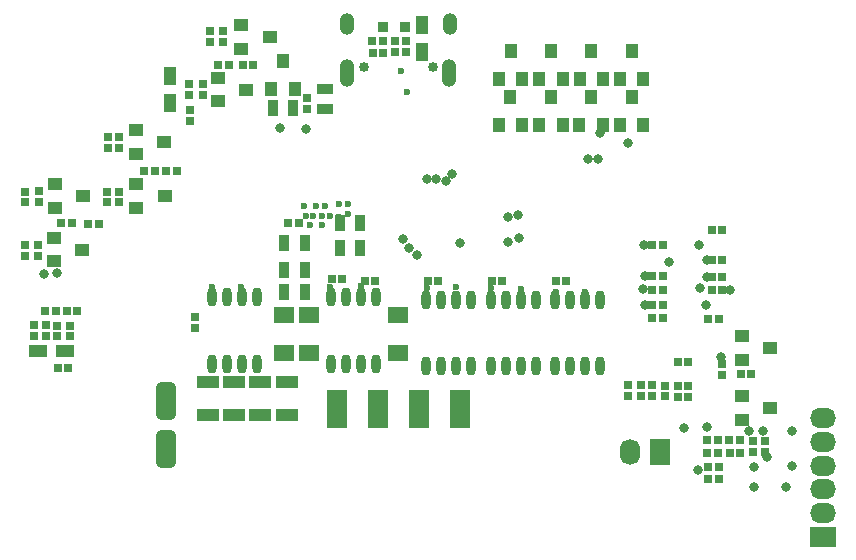
<source format=gts>
%FSLAX25Y25*%
%MOIN*%
G70*
G01*
G75*
G04 Layer_Color=8388736*
%ADD10C,0.00787*%
%ADD11C,0.01181*%
%ADD12C,0.03937*%
%ADD13R,0.01969X0.02362*%
%ADD14R,0.05118X0.03150*%
%ADD15R,0.02362X0.01969*%
%ADD16R,0.03937X0.03543*%
%ADD17R,0.02756X0.04921*%
%ADD18R,0.06693X0.03543*%
%ADD19R,0.06299X0.04921*%
%ADD20O,0.02362X0.05512*%
%ADD21O,0.07874X0.05906*%
%ADD22R,0.07874X0.05906*%
%ADD23R,0.03150X0.05118*%
%ADD24R,0.03150X0.03150*%
%ADD25R,0.04921X0.02756*%
%ADD26R,0.05906X0.11811*%
%ADD27O,0.05906X0.07874*%
%ADD28R,0.05906X0.07874*%
%ADD29R,0.03543X0.03937*%
G04:AMPARAMS|DCode=30|XSize=118.11mil|YSize=59.06mil|CornerRadius=14.76mil|HoleSize=0mil|Usage=FLASHONLY|Rotation=270.000|XOffset=0mil|YOffset=0mil|HoleType=Round|Shape=RoundedRectangle|*
%AMROUNDEDRECTD30*
21,1,0.11811,0.02953,0,0,270.0*
21,1,0.08858,0.05906,0,0,270.0*
1,1,0.02953,-0.01476,-0.04429*
1,1,0.02953,-0.01476,0.04429*
1,1,0.02953,0.01476,0.04429*
1,1,0.02953,0.01476,-0.04429*
%
%ADD30ROUNDEDRECTD30*%
%ADD31C,0.07874*%
%ADD32R,0.30709X0.12598*%
%ADD33R,0.17717X0.18504*%
%ADD34R,0.14173X0.15354*%
%ADD35R,0.09843X0.11417*%
%ADD36C,0.02559*%
G04:AMPARAMS|DCode=37|XSize=39.37mil|YSize=82.68mil|CornerRadius=17.72mil|HoleSize=0mil|Usage=FLASHONLY|Rotation=0.000|XOffset=0mil|YOffset=0mil|HoleType=Round|Shape=RoundedRectangle|*
%AMROUNDEDRECTD37*
21,1,0.03937,0.04724,0,0,0.0*
21,1,0.00394,0.08268,0,0,0.0*
1,1,0.03543,0.00197,-0.02362*
1,1,0.03543,-0.00197,-0.02362*
1,1,0.03543,-0.00197,0.02362*
1,1,0.03543,0.00197,0.02362*
%
%ADD37ROUNDEDRECTD37*%
G04:AMPARAMS|DCode=38|XSize=39.37mil|YSize=62.99mil|CornerRadius=17.72mil|HoleSize=0mil|Usage=FLASHONLY|Rotation=0.000|XOffset=0mil|YOffset=0mil|HoleType=Round|Shape=RoundedRectangle|*
%AMROUNDEDRECTD38*
21,1,0.03937,0.02756,0,0,0.0*
21,1,0.00394,0.06299,0,0,0.0*
1,1,0.03543,0.00197,-0.01378*
1,1,0.03543,-0.00197,-0.01378*
1,1,0.03543,-0.00197,0.01378*
1,1,0.03543,0.00197,0.01378*
%
%ADD38ROUNDEDRECTD38*%
%ADD39C,0.02362*%
%ADD40C,0.00197*%
%ADD41C,0.01969*%
%ADD42R,0.01181X0.03347*%
%ADD43R,0.02362X0.03347*%
%ADD44R,0.05512X0.02362*%
%ADD45R,0.01575X0.04724*%
%ADD46C,0.11811*%
%ADD47C,0.00984*%
%ADD48C,0.00394*%
%ADD49C,0.00500*%
%ADD50C,0.01000*%
%ADD51R,0.02769X0.03162*%
%ADD52R,0.05918X0.03950*%
%ADD53R,0.03162X0.02769*%
%ADD54R,0.04737X0.04343*%
%ADD55R,0.03556X0.05721*%
%ADD56R,0.07493X0.04343*%
%ADD57R,0.07099X0.05721*%
%ADD58O,0.03162X0.06312*%
%ADD59O,0.08674X0.06706*%
%ADD60R,0.08674X0.06706*%
%ADD61R,0.03950X0.05918*%
%ADD62R,0.03543X0.03543*%
%ADD63R,0.05721X0.03556*%
%ADD64R,0.06706X0.12611*%
%ADD65O,0.06706X0.08674*%
%ADD66R,0.06706X0.08674*%
%ADD67R,0.04343X0.04737*%
G04:AMPARAMS|DCode=68|XSize=126.11mil|YSize=67.06mil|CornerRadius=18.76mil|HoleSize=0mil|Usage=FLASHONLY|Rotation=270.000|XOffset=0mil|YOffset=0mil|HoleType=Round|Shape=RoundedRectangle|*
%AMROUNDEDRECTD68*
21,1,0.12611,0.02953,0,0,270.0*
21,1,0.08858,0.06706,0,0,270.0*
1,1,0.03753,-0.01476,-0.04429*
1,1,0.03753,-0.01476,0.04429*
1,1,0.03753,0.01476,0.04429*
1,1,0.03753,0.01476,-0.04429*
%
%ADD68ROUNDEDRECTD68*%
%ADD69C,0.03359*%
G04:AMPARAMS|DCode=70|XSize=47.37mil|YSize=90.68mil|CornerRadius=21.72mil|HoleSize=0mil|Usage=FLASHONLY|Rotation=0.000|XOffset=0mil|YOffset=0mil|HoleType=Round|Shape=RoundedRectangle|*
%AMROUNDEDRECTD70*
21,1,0.04737,0.04724,0,0,0.0*
21,1,0.00394,0.09068,0,0,0.0*
1,1,0.04343,0.00197,-0.02362*
1,1,0.04343,-0.00197,-0.02362*
1,1,0.04343,-0.00197,0.02362*
1,1,0.04343,0.00197,0.02362*
%
%ADD70ROUNDEDRECTD70*%
G04:AMPARAMS|DCode=71|XSize=47.37mil|YSize=70.99mil|CornerRadius=21.72mil|HoleSize=0mil|Usage=FLASHONLY|Rotation=0.000|XOffset=0mil|YOffset=0mil|HoleType=Round|Shape=RoundedRectangle|*
%AMROUNDEDRECTD71*
21,1,0.04737,0.02756,0,0,0.0*
21,1,0.00394,0.07099,0,0,0.0*
1,1,0.04343,0.00197,-0.01378*
1,1,0.04343,-0.00197,-0.01378*
1,1,0.04343,-0.00197,0.01378*
1,1,0.04343,0.00197,0.01378*
%
%ADD71ROUNDEDRECTD71*%
%ADD72C,0.03162*%
D39*
X-62205Y49213D02*
D03*
X30709Y48819D02*
D03*
X19291Y49213D02*
D03*
X2953Y114173D02*
D03*
X984Y121063D02*
D03*
X52362Y47638D02*
D03*
X62205D02*
D03*
X40945Y48425D02*
D03*
X9449Y48819D02*
D03*
X-52362Y49213D02*
D03*
X-12598Y49606D02*
D03*
X-22835Y49213D02*
D03*
X-31496Y76294D02*
D03*
X-27559D02*
D03*
X-24606D02*
D03*
X-19685Y76772D02*
D03*
X-16732D02*
D03*
Y73327D02*
D03*
X-19685Y72638D02*
D03*
X-22835Y72835D02*
D03*
X-25591D02*
D03*
X-28543D02*
D03*
X-30948D02*
D03*
X-29528Y69882D02*
D03*
X-25591D02*
D03*
D51*
X-113583Y22244D02*
D03*
X-110039D02*
D03*
X-110531Y41240D02*
D03*
X-106988D02*
D03*
X-117815D02*
D03*
X-114272D02*
D03*
X-77362Y87894D02*
D03*
X-73819D02*
D03*
X-81299D02*
D03*
X-84842D02*
D03*
X-103347Y70276D02*
D03*
X-99803D02*
D03*
X-108858Y70374D02*
D03*
X-112402D02*
D03*
X-33268D02*
D03*
X-36811D02*
D03*
X55905Y51083D02*
D03*
X52362D02*
D03*
X34646D02*
D03*
X31102D02*
D03*
X13287D02*
D03*
X9744D02*
D03*
X-18701Y51870D02*
D03*
X-22244D02*
D03*
X-11220Y51279D02*
D03*
X-7677D02*
D03*
X110354Y-1900D02*
D03*
X113897D02*
D03*
X110436Y-6047D02*
D03*
X113979Y-6047D02*
D03*
X103168Y-14920D02*
D03*
X106712D02*
D03*
X106728Y-10999D02*
D03*
X103184Y-10999D02*
D03*
X102889Y-6275D02*
D03*
X106432D02*
D03*
X102873Y-1900D02*
D03*
X106417D02*
D03*
X96653Y12598D02*
D03*
X93110D02*
D03*
Y16240D02*
D03*
X96653D02*
D03*
X93110Y24016D02*
D03*
X96653D02*
D03*
X114075Y20276D02*
D03*
X117618D02*
D03*
X103331Y38500D02*
D03*
X106874Y38500D02*
D03*
X104429Y48130D02*
D03*
X107972D02*
D03*
X107947Y52559D02*
D03*
X104404D02*
D03*
X107947Y58169D02*
D03*
X104404D02*
D03*
X104429Y68209D02*
D03*
X107972D02*
D03*
X88189Y38976D02*
D03*
X84646D02*
D03*
X88189Y43012D02*
D03*
X84646D02*
D03*
X88189Y48031D02*
D03*
X84646D02*
D03*
X88189Y52657D02*
D03*
X84646D02*
D03*
X88189Y63209D02*
D03*
X84646D02*
D03*
X-5118Y131102D02*
D03*
X-8661D02*
D03*
X-5020Y127264D02*
D03*
X-8563D02*
D03*
X-56461Y123224D02*
D03*
X-60004D02*
D03*
X-51930D02*
D03*
X-48387D02*
D03*
D52*
X-120138Y27657D02*
D03*
X-111122D02*
D03*
D53*
X-109547Y36220D02*
D03*
Y32677D02*
D03*
X-113697Y32661D02*
D03*
X-113697Y36205D02*
D03*
X-117602Y36335D02*
D03*
X-117602Y32791D02*
D03*
X-121457Y32776D02*
D03*
Y36319D02*
D03*
X-96965Y99016D02*
D03*
Y95473D02*
D03*
X-93035Y99016D02*
D03*
Y95472D02*
D03*
X-93133Y77362D02*
D03*
Y80905D02*
D03*
X-97063Y77346D02*
D03*
X-97063Y80890D02*
D03*
X-119836Y81049D02*
D03*
Y77506D02*
D03*
X-124320Y80905D02*
D03*
Y77362D02*
D03*
X-124426Y59541D02*
D03*
X-124426Y63084D02*
D03*
X-120079Y59557D02*
D03*
Y63100D02*
D03*
X-67799Y35449D02*
D03*
X-67799Y38992D02*
D03*
X122042Y-5856D02*
D03*
X122042Y-2313D02*
D03*
X118121Y-5840D02*
D03*
Y-2297D02*
D03*
X76657Y12878D02*
D03*
X76657Y16421D02*
D03*
X80709Y12795D02*
D03*
Y16339D02*
D03*
X84646D02*
D03*
Y12795D02*
D03*
X88992Y16256D02*
D03*
X88992Y12713D02*
D03*
X107791Y23441D02*
D03*
X107791Y19898D02*
D03*
X2559Y127624D02*
D03*
Y131167D02*
D03*
X-1280Y131142D02*
D03*
Y127599D02*
D03*
X-30331Y108547D02*
D03*
X-30331Y112091D02*
D03*
X-69313Y104512D02*
D03*
X-69313Y108055D02*
D03*
X-65223Y113189D02*
D03*
Y116732D02*
D03*
X-69671Y113173D02*
D03*
X-69671Y116717D02*
D03*
X-62772Y134350D02*
D03*
Y130807D02*
D03*
X-58527Y134350D02*
D03*
Y130807D02*
D03*
D54*
X-78051Y97503D02*
D03*
X-87500Y93566D02*
D03*
Y101440D02*
D03*
X-77953Y79528D02*
D03*
X-87402Y75590D02*
D03*
Y83465D02*
D03*
X-104974Y79527D02*
D03*
X-114423Y75590D02*
D03*
Y83465D02*
D03*
X123819Y8858D02*
D03*
X114370Y4921D02*
D03*
Y12795D02*
D03*
X114370Y32677D02*
D03*
Y24803D02*
D03*
X123819Y28740D02*
D03*
X-50659Y114961D02*
D03*
X-60108Y111024D02*
D03*
Y118898D02*
D03*
X-42924Y132579D02*
D03*
X-52372Y128642D02*
D03*
Y136516D02*
D03*
X-105414Y61624D02*
D03*
X-114863Y57687D02*
D03*
Y65561D02*
D03*
D55*
X-19488Y70472D02*
D03*
X-12795D02*
D03*
X-19488Y62205D02*
D03*
X-12795D02*
D03*
X-37992Y47441D02*
D03*
X-31299D02*
D03*
X-37992Y54724D02*
D03*
X-31299D02*
D03*
Y63779D02*
D03*
X-37992D02*
D03*
X-41929Y108858D02*
D03*
X-35236D02*
D03*
D56*
X-37106Y6496D02*
D03*
Y17520D02*
D03*
X-46282Y6470D02*
D03*
Y17493D02*
D03*
X-54921Y6496D02*
D03*
Y17520D02*
D03*
X-63583Y6496D02*
D03*
Y17520D02*
D03*
D57*
X-29921Y27165D02*
D03*
Y39764D02*
D03*
X-38189Y39764D02*
D03*
Y27165D02*
D03*
X0Y27165D02*
D03*
Y39764D02*
D03*
D58*
X-52224Y45669D02*
D03*
Y23622D02*
D03*
X-57224Y45669D02*
D03*
X-47224D02*
D03*
Y23622D02*
D03*
X-62224Y45669D02*
D03*
X-57224Y23622D02*
D03*
X-62224D02*
D03*
X62244Y44882D02*
D03*
Y22835D02*
D03*
X57244Y44882D02*
D03*
X67244D02*
D03*
Y22835D02*
D03*
X52244Y44882D02*
D03*
X57244Y22835D02*
D03*
X52244D02*
D03*
X40787Y44882D02*
D03*
Y22835D02*
D03*
X35787Y44882D02*
D03*
X45787D02*
D03*
Y22835D02*
D03*
X30787Y44882D02*
D03*
X35787Y22835D02*
D03*
X30787D02*
D03*
X-12559Y45669D02*
D03*
Y23622D02*
D03*
X-17559Y45669D02*
D03*
X-7559D02*
D03*
Y23622D02*
D03*
X-22559Y45669D02*
D03*
X-17559Y23622D02*
D03*
X-22559D02*
D03*
X19331Y44882D02*
D03*
Y22835D02*
D03*
X14331Y44882D02*
D03*
X24331D02*
D03*
Y22835D02*
D03*
X9331Y44882D02*
D03*
X14331Y22835D02*
D03*
X9331D02*
D03*
D59*
X141535Y-2559D02*
D03*
Y-10433D02*
D03*
Y-18307D02*
D03*
Y-26181D02*
D03*
Y5315D02*
D03*
D60*
Y-34055D02*
D03*
D61*
X7874Y136614D02*
D03*
Y127599D02*
D03*
X-76293Y110472D02*
D03*
Y119488D02*
D03*
D62*
X2067Y135669D02*
D03*
X-5020D02*
D03*
D63*
X-24409Y108563D02*
D03*
Y115256D02*
D03*
D64*
X20541Y8325D02*
D03*
X6827D02*
D03*
X-6886D02*
D03*
X-20600D02*
D03*
D65*
X77284Y-5906D02*
D03*
D66*
X87283D02*
D03*
D67*
X37303Y112598D02*
D03*
X41240Y103150D02*
D03*
X33366D02*
D03*
X77756Y127854D02*
D03*
X81693Y118405D02*
D03*
X73819D02*
D03*
X37402Y127854D02*
D03*
X41339Y118405D02*
D03*
X33465D02*
D03*
X77756Y112598D02*
D03*
X81693Y103150D02*
D03*
X73819D02*
D03*
X50787Y112598D02*
D03*
X54724Y103150D02*
D03*
X46850D02*
D03*
X64304Y127854D02*
D03*
X68242Y118405D02*
D03*
X60367D02*
D03*
X50853Y127854D02*
D03*
X54790Y118405D02*
D03*
X46916D02*
D03*
X64272Y112598D02*
D03*
X68209Y103150D02*
D03*
X60335D02*
D03*
X-38386Y124508D02*
D03*
X-34449Y115059D02*
D03*
X-42323D02*
D03*
D68*
X-77400Y11300D02*
D03*
Y-4900D02*
D03*
D69*
X-11339Y122313D02*
D03*
X11417D02*
D03*
D70*
X-17028Y120344D02*
D03*
X17008D02*
D03*
D71*
X17028Y136801D02*
D03*
X-17028D02*
D03*
D72*
X122700Y-7500D02*
D03*
X100000Y-11900D02*
D03*
X129300Y-17500D02*
D03*
X118400D02*
D03*
X118500Y-10800D02*
D03*
X131200Y-10400D02*
D03*
X131300Y1200D02*
D03*
X121600D02*
D03*
X95200Y2300D02*
D03*
X102900Y2500D02*
D03*
X116900Y1000D02*
D03*
X102776Y58169D02*
D03*
X20473Y63783D02*
D03*
X36417Y64173D02*
D03*
X6299Y59842D02*
D03*
X15847Y84355D02*
D03*
X36614Y72638D02*
D03*
X-118110Y53543D02*
D03*
X-113779Y53937D02*
D03*
X-39393Y102060D02*
D03*
X-30948Y101906D02*
D03*
X9449Y85039D02*
D03*
X12659Y85249D02*
D03*
X18012Y86713D02*
D03*
X76378Y97244D02*
D03*
X66535Y91732D02*
D03*
X67323Y100394D02*
D03*
X63189Y91732D02*
D03*
X1476Y65158D02*
D03*
X3543Y62131D02*
D03*
X107382Y25886D02*
D03*
X110630Y48031D02*
D03*
X102776Y52559D02*
D03*
X102362Y43012D02*
D03*
X100197Y62992D02*
D03*
X100394Y48819D02*
D03*
X81890Y62992D02*
D03*
X81496Y48591D02*
D03*
X82284Y43012D02*
D03*
Y52756D02*
D03*
X90158Y57480D02*
D03*
X39724Y73228D02*
D03*
X40157Y65354D02*
D03*
M02*

</source>
